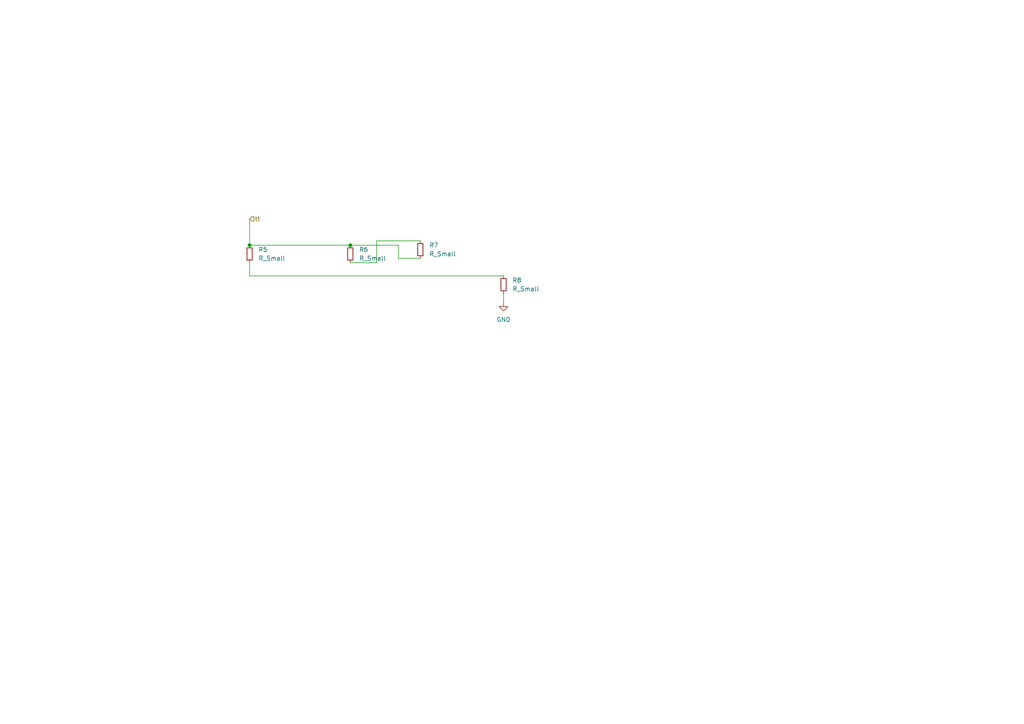
<source format=kicad_sch>
(kicad_sch (version 20211123) (generator eeschema)
  (paper "A4")
  (lib_symbols
    (symbol "Device:R_Small" (pin_numbers hide) (pin_names (offset 0.254) hide)
      (property "Reference" "R" (at 0.762 0.508 0))
      (property "Value" "R_Small" (at 0.762 -1.016 0))
      (symbol "R_Small_0_1"
        (rectangle (start -0.762 1.778) (end 0.762 -1.778) (stroke (width 0.2032)))
      )
      (symbol "R_Small_1_1"
        (pin passive line (at 0 2.54 270) (length 0.762) (name "~") (number "1"))
        (pin passive line (at 0 -2.54 90) (length 0.762) (name "~") (number "2"))
      )
    )
    (symbol "power:GND" (power) (pin_names (offset 0))
      (property "Value" "GND" (at 0 -3.81 0))
      (symbol "GND_0_1"
        (polyline (pts (xy 0 0) (xy 0 -1.27) (xy 1.27 -1.27) (xy 0 -2.54) (xy -1.27 -1.27) (xy 0 -1.27)))
      )
      (symbol "GND_1_1"
        (pin power_in line (at 0 0 270) (length 0) hide (name "GND") (number "1"))
      )
    )
  )
  (junction (at 72.39 71.12))
  (junction (at 101.6 71.12))
  (wire (pts (xy 101.6 71.12) (xy 115.57 71.12)))
  (wire (pts (xy 121.92 69.85) (xy 109.22 69.85)))
  (wire (pts (xy 115.57 71.12) (xy 115.57 74.93)))
  (wire (pts (xy 115.57 74.93) (xy 121.92 74.93)))
  (wire (pts (xy 72.39 80.01) (xy 146.05 80.01)))
  (wire (pts (xy 72.39 71.12) (xy 101.6 71.12)))
  (wire (pts (xy 72.39 63.5) (xy 72.39 71.12)))
  (wire (pts (xy 72.39 76.2) (xy 72.39 80.01)))
  (wire (pts (xy 146.05 85.09) (xy 146.05 87.63)))
  (wire (pts (xy 109.22 76.2) (xy 101.6 76.2)))
  (wire (pts (xy 109.22 69.85) (xy 109.22 76.2)))
  (hierarchical_label "tt" (shape input) (at 72.39 63.5 0))
  (symbol (lib_id "Device:R_Small") (at 101.6 73.66 0) (unit 1)
    (property "Reference" "R6" (at 104.14 72.3899 0) (effects (justify left)))
    (property "Value" "R_Small" (at 104.14 74.9299 0) (effects (justify left)))
    (property "Footprint" "Resistor_THT:R_Axial_DIN0204_L3.6mm_D1.6mm_P7.62mm_Horizontal" (effects hide))
  )
  (symbol (lib_id "Device:R_Small") (at 121.92 72.39 0) (unit 1)
    (property "Reference" "R7" (at 124.46 71.1199 0) (effects (justify left)))
    (property "Value" "R_Small" (at 124.46 73.6599 0) (effects (justify left)))
    (property "Footprint" "Resistor_THT:R_Axial_DIN0204_L3.6mm_D1.6mm_P7.62mm_Horizontal" (effects hide))
  )
  (symbol (lib_id "Device:R_Small") (at 146.05 82.55 0) (unit 1)
    (property "Reference" "R8" (at 148.59 81.2799 0) (effects (justify left)))
    (property "Value" "R_Small" (at 148.59 83.8199 0) (effects (justify left)))
    (property "Footprint" "Resistor_THT:R_Axial_DIN0204_L3.6mm_D1.6mm_P7.62mm_Horizontal" (effects hide))
  )
  (symbol (lib_id "power:GND") (at 146.05 87.63 0) (unit 1)
    (property "Reference" "#PWR0103" (effects hide))
    (property "Value" "GND" (at 146.05 92.71 0))
  )
  (symbol (lib_id "Device:R_Small") (at 72.39 73.66 0) (unit 1)
    (property "Reference" "R5" (at 74.93 72.3899 0) (effects (justify left)))
    (property "Value" "R_Small" (at 74.93 74.9299 0) (effects (justify left)))
    (property "Footprint" "Resistor_THT:R_Axial_DIN0204_L3.6mm_D1.6mm_P7.62mm_Horizontal" (effects hide))
  )
)
</source>
